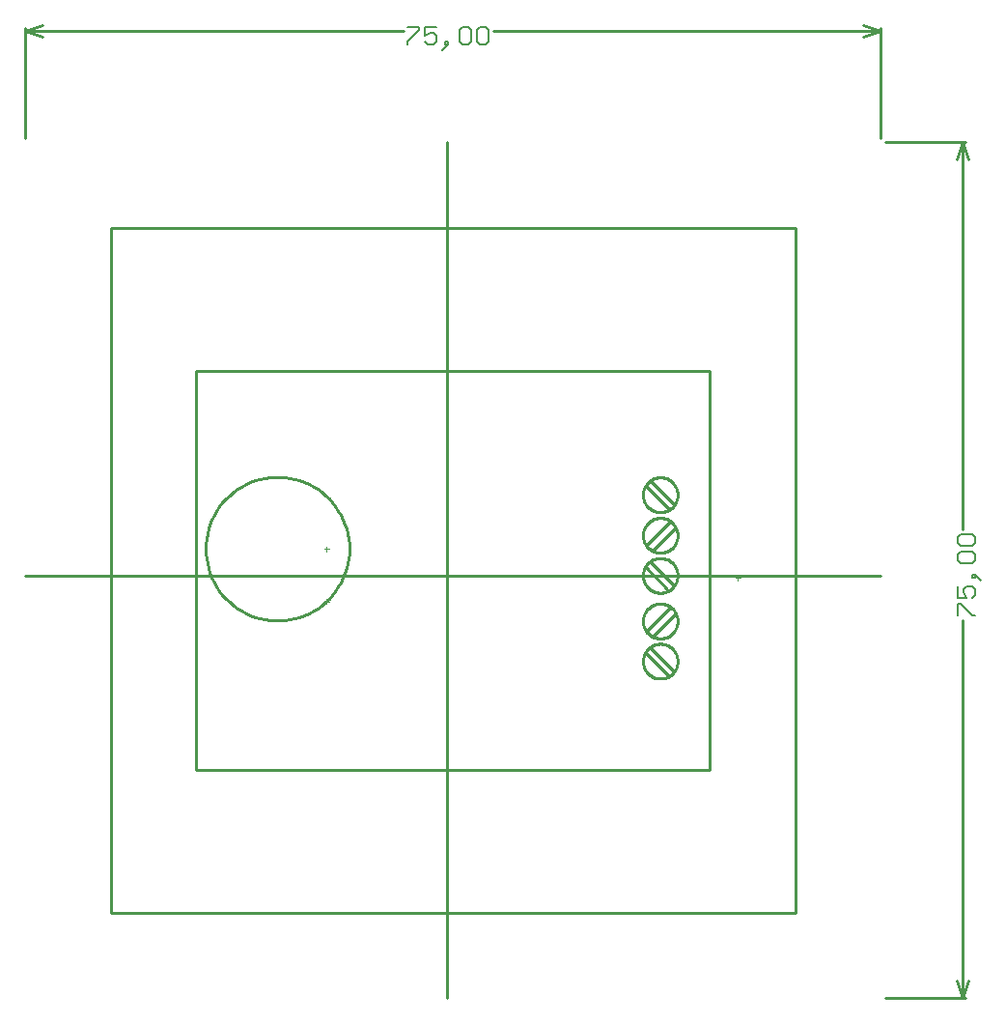
<source format=gm1>
%FSDAX24Y24*%
%MOIN*%
%SFA1B1*%

%IPPOS*%
%ADD11C,0.010000*%
%ADD14C,0.003900*%
%ADD97C,0.006000*%
%LNde-150824-1*%
%LPD*%
G54D11*
X021180Y025510D02*
D01*
X021173Y025682*
X021155Y025855*
X021125Y026025*
X021083Y026193*
X021030Y026358*
X020965Y026518*
X020889Y026674*
X020803Y026824*
X020706Y026967*
X020599Y027104*
X020483Y027232*
X020359Y027352*
X020226Y027464*
X020086Y027566*
X019940Y027657*
X019787Y027739*
X019629Y027809*
X019466Y027868*
X019299Y027916*
X019130Y027952*
X018959Y027976*
X018786Y027988*
X018613*
X018440Y027976*
X018269Y027952*
X018100Y027916*
X017933Y027868*
X017770Y027809*
X017612Y027739*
X017459Y027657*
X017313Y027566*
X017173Y027464*
X017040Y027352*
X016916Y027232*
X016800Y027104*
X016693Y026967*
X016596Y026824*
X016510Y026674*
X016434Y026518*
X016369Y026358*
X016316Y026193*
X016274Y026025*
X016244Y025855*
X016226Y025682*
X016220Y025510*
X016226Y025337*
X016244Y025164*
X016274Y024994*
X016316Y024826*
X016369Y024661*
X016434Y024501*
X016510Y024345*
X016596Y024195*
X016693Y024052*
X016800Y023915*
X016916Y023787*
X017040Y023667*
X017173Y023555*
X017313Y023453*
X017460Y023362*
X017612Y023280*
X017770Y023210*
X017933Y023151*
X018100Y023103*
X018269Y023067*
X018440Y023043*
X018613Y023031*
X018786*
X018959Y023043*
X019130Y023067*
X019299Y023103*
X019466Y023151*
X019629Y023210*
X019787Y023280*
X019940Y023362*
X020086Y023453*
X020226Y023555*
X020359Y023667*
X020483Y023787*
X020599Y023915*
X020706Y024052*
X020803Y024195*
X020889Y024345*
X020965Y024501*
X021030Y024661*
X021083Y024826*
X021125Y024994*
X021155Y025164*
X021173Y025337*
X021180Y025510*
X032520Y025970D02*
D01*
X032518Y026011*
X032514Y026053*
X032506Y026094*
X032496Y026135*
X032483Y026175*
X032468Y026214*
X032449Y026251*
X032428Y026287*
X032405Y026322*
X032379Y026355*
X032351Y026386*
X032321Y026415*
X032289Y026442*
X032255Y026467*
X032220Y026489*
X032183Y026509*
X032144Y026526*
X032105Y026540*
X032065Y026552*
X032024Y026560*
X031982Y026566*
X031940Y026569*
X031899*
X031857Y026566*
X031815Y026560*
X031774Y026552*
X031734Y026540*
X031695Y026526*
X031656Y026509*
X031620Y026489*
X031584Y026467*
X031550Y026442*
X031518Y026415*
X031488Y026386*
X031460Y026355*
X031434Y026322*
X031411Y026287*
X031390Y026251*
X031371Y026214*
X031356Y026175*
X031343Y026135*
X031333Y026094*
X031325Y026053*
X031321Y026011*
X031320Y025970*
X031321Y025928*
X031325Y025886*
X031333Y025845*
X031343Y025804*
X031356Y025764*
X031371Y025725*
X031390Y025688*
X031411Y025652*
X031434Y025617*
X031460Y025584*
X031488Y025553*
X031518Y025524*
X031550Y025497*
X031584Y025472*
X031620Y025450*
X031656Y025430*
X031695Y025413*
X031734Y025399*
X031774Y025387*
X031815Y025379*
X031857Y025373*
X031899Y025370*
X031940*
X031982Y025373*
X032024Y025379*
X032065Y025387*
X032105Y025399*
X032144Y025413*
X032183Y025430*
X032220Y025450*
X032255Y025472*
X032289Y025497*
X032321Y025524*
X032351Y025553*
X032379Y025584*
X032405Y025617*
X032428Y025652*
X032449Y025688*
X032468Y025725*
X032483Y025764*
X032496Y025804*
X032506Y025845*
X032514Y025886*
X032518Y025928*
X032520Y025970*
Y027370D02*
D01*
X032518Y027411*
X032514Y027453*
X032506Y027494*
X032496Y027535*
X032483Y027575*
X032468Y027614*
X032449Y027651*
X032428Y027687*
X032405Y027722*
X032379Y027755*
X032351Y027786*
X032321Y027815*
X032289Y027842*
X032255Y027867*
X032220Y027889*
X032183Y027909*
X032144Y027926*
X032105Y027940*
X032065Y027952*
X032024Y027960*
X031982Y027966*
X031940Y027969*
X031899*
X031857Y027966*
X031815Y027960*
X031774Y027952*
X031734Y027940*
X031695Y027926*
X031656Y027909*
X031620Y027889*
X031584Y027867*
X031550Y027842*
X031518Y027815*
X031488Y027786*
X031460Y027755*
X031434Y027722*
X031411Y027687*
X031390Y027651*
X031371Y027614*
X031356Y027575*
X031343Y027535*
X031333Y027494*
X031325Y027453*
X031321Y027411*
X031320Y027370*
X031321Y027328*
X031325Y027286*
X031333Y027245*
X031343Y027204*
X031356Y027164*
X031371Y027125*
X031390Y027088*
X031411Y027052*
X031434Y027017*
X031460Y026984*
X031488Y026953*
X031518Y026924*
X031550Y026897*
X031584Y026872*
X031620Y026850*
X031656Y026830*
X031695Y026813*
X031734Y026799*
X031774Y026787*
X031815Y026779*
X031857Y026773*
X031899Y026770*
X031940*
X031982Y026773*
X032024Y026779*
X032065Y026787*
X032105Y026799*
X032144Y026813*
X032183Y026830*
X032220Y026850*
X032255Y026872*
X032289Y026897*
X032321Y026924*
X032351Y026953*
X032379Y026984*
X032405Y027017*
X032428Y027052*
X032449Y027088*
X032468Y027125*
X032483Y027164*
X032496Y027204*
X032506Y027245*
X032514Y027286*
X032518Y027328*
X032520Y027370*
Y024586D02*
D01*
X032518Y024627*
X032514Y024669*
X032506Y024710*
X032496Y024751*
X032483Y024791*
X032468Y024830*
X032449Y024867*
X032428Y024903*
X032405Y024938*
X032379Y024971*
X032351Y025002*
X032321Y025031*
X032289Y025058*
X032255Y025083*
X032220Y025105*
X032183Y025125*
X032144Y025142*
X032105Y025156*
X032065Y025168*
X032024Y025176*
X031982Y025182*
X031940Y025185*
X031899*
X031857Y025182*
X031815Y025176*
X031774Y025168*
X031734Y025156*
X031695Y025142*
X031656Y025125*
X031620Y025105*
X031584Y025083*
X031550Y025058*
X031518Y025031*
X031488Y025002*
X031460Y024971*
X031434Y024938*
X031411Y024903*
X031390Y024867*
X031371Y024830*
X031356Y024791*
X031343Y024751*
X031333Y024710*
X031325Y024669*
X031321Y024627*
X031320Y024586*
X031321Y024544*
X031325Y024502*
X031333Y024461*
X031343Y024420*
X031356Y024380*
X031371Y024341*
X031390Y024304*
X031411Y024268*
X031434Y024233*
X031460Y024200*
X031488Y024169*
X031518Y024140*
X031550Y024113*
X031584Y024088*
X031620Y024066*
X031656Y024046*
X031695Y024029*
X031734Y024015*
X031774Y024003*
X031815Y023995*
X031857Y023989*
X031899Y023986*
X031940*
X031982Y023989*
X032024Y023995*
X032065Y024003*
X032105Y024015*
X032144Y024029*
X032183Y024046*
X032220Y024066*
X032255Y024088*
X032289Y024113*
X032321Y024140*
X032351Y024169*
X032379Y024200*
X032405Y024233*
X032428Y024268*
X032449Y024304*
X032468Y024341*
X032483Y024380*
X032496Y024420*
X032506Y024461*
X032514Y024502*
X032518Y024544*
X032520Y024586*
Y023010D02*
D01*
X032518Y023051*
X032514Y023093*
X032506Y023134*
X032496Y023175*
X032483Y023215*
X032468Y023254*
X032449Y023291*
X032428Y023327*
X032405Y023362*
X032379Y023395*
X032351Y023426*
X032321Y023455*
X032289Y023482*
X032255Y023507*
X032220Y023529*
X032183Y023549*
X032144Y023566*
X032105Y023580*
X032065Y023592*
X032024Y023600*
X031982Y023606*
X031940Y023609*
X031899*
X031857Y023606*
X031815Y023600*
X031774Y023592*
X031734Y023580*
X031695Y023566*
X031656Y023549*
X031620Y023529*
X031584Y023507*
X031550Y023482*
X031518Y023455*
X031488Y023426*
X031460Y023395*
X031434Y023362*
X031411Y023327*
X031390Y023291*
X031371Y023254*
X031356Y023215*
X031343Y023175*
X031333Y023134*
X031325Y023093*
X031321Y023051*
X031320Y023010*
X031321Y022968*
X031325Y022926*
X031333Y022885*
X031343Y022844*
X031356Y022804*
X031371Y022765*
X031390Y022728*
X031411Y022692*
X031434Y022657*
X031460Y022624*
X031488Y022593*
X031518Y022564*
X031550Y022537*
X031584Y022512*
X031620Y022490*
X031656Y022470*
X031695Y022453*
X031734Y022439*
X031774Y022427*
X031815Y022419*
X031857Y022413*
X031899Y022410*
X031940*
X031982Y022413*
X032024Y022419*
X032065Y022427*
X032105Y022439*
X032144Y022453*
X032183Y022470*
X032220Y022490*
X032255Y022512*
X032289Y022537*
X032321Y022564*
X032351Y022593*
X032379Y022624*
X032405Y022657*
X032428Y022692*
X032449Y022728*
X032468Y022765*
X032483Y022804*
X032496Y022844*
X032506Y022885*
X032514Y022926*
X032518Y022968*
X032520Y023010*
Y021626D02*
D01*
X032518Y021667*
X032514Y021709*
X032506Y021750*
X032496Y021791*
X032483Y021831*
X032468Y021870*
X032449Y021907*
X032428Y021943*
X032405Y021978*
X032379Y022011*
X032351Y022042*
X032321Y022071*
X032289Y022098*
X032255Y022123*
X032220Y022145*
X032183Y022165*
X032144Y022182*
X032105Y022196*
X032065Y022208*
X032024Y022216*
X031982Y022222*
X031940Y022225*
X031899*
X031857Y022222*
X031815Y022216*
X031774Y022208*
X031734Y022196*
X031695Y022182*
X031656Y022165*
X031620Y022145*
X031584Y022123*
X031550Y022098*
X031518Y022071*
X031488Y022042*
X031460Y022011*
X031434Y021978*
X031411Y021943*
X031390Y021907*
X031371Y021870*
X031356Y021831*
X031343Y021791*
X031333Y021750*
X031325Y021709*
X031321Y021667*
X031320Y021626*
X031321Y021584*
X031325Y021542*
X031333Y021501*
X031343Y021460*
X031356Y021420*
X031371Y021381*
X031390Y021344*
X031411Y021308*
X031434Y021273*
X031460Y021240*
X031488Y021209*
X031518Y021180*
X031550Y021153*
X031584Y021128*
X031620Y021106*
X031656Y021086*
X031695Y021069*
X031734Y021055*
X031774Y021043*
X031815Y021035*
X031857Y021029*
X031899Y021026*
X031940*
X031982Y021029*
X032024Y021035*
X032065Y021043*
X032105Y021055*
X032144Y021069*
X032183Y021086*
X032220Y021106*
X032255Y021128*
X032289Y021153*
X032321Y021180*
X032351Y021209*
X032379Y021240*
X032405Y021273*
X032428Y021308*
X032449Y021344*
X032468Y021381*
X032483Y021420*
X032496Y021460*
X032506Y021501*
X032514Y021542*
X032518Y021584*
X032520Y021626*
X012953Y012953D02*
Y036575D01*
X036575D01*
Y012953D02*
Y036575D01*
X012953Y012953D02*
X036575D01*
X024567Y010000D02*
Y039528D01*
X010000Y024567D02*
X039528D01*
X015906Y017874D02*
Y031654D01*
X033622Y017874D02*
Y031654D01*
X015906D02*
X033622D01*
X015906Y017874D02*
X033622D01*
X031445Y025645D02*
X032245Y026445D01*
X031645Y025445D02*
X032445Y026245D01*
X031595Y027845D02*
X032395Y027045D01*
X031420Y027670D02*
X032220Y026870D01*
X031595Y025045D02*
X032395Y024245D01*
X031420Y024870D02*
X032170Y024120D01*
X031595Y022085D02*
X032395Y021285D01*
X031420Y021910D02*
X032220Y021110D01*
X031445Y022685D02*
X032245Y023485D01*
X031645Y022485D02*
X032445Y023285D01*
X010000Y043360D02*
X010600Y043560D01*
X010000Y043360D02*
X010600Y043160D01*
X038928D02*
X039528Y043360D01*
X038928Y043560D02*
X039528Y043360D01*
X010000D02*
X023044D01*
X026163D02*
X039528D01*
X010000Y039678D02*
Y043460D01*
X039528Y039678D02*
Y043460D01*
X042340Y039528D02*
X042540Y038928D01*
X042140D02*
X042340Y039528D01*
X042140Y010600D02*
X042340Y010000D01*
X042540Y010600*
X042340Y026163D02*
Y039528D01*
Y010000D02*
Y023044D01*
X039678Y039528D02*
X042440D01*
X039678Y010000D02*
X042440D01*
G54D14*
X034521Y024500D02*
X034679D01*
X034600Y024421D02*
Y024579D01*
X020321Y025500D02*
X020479D01*
X020400Y025421D02*
Y025579D01*
X020321Y023690D02*
X020479D01*
X020400Y023611D02*
Y023769D01*
G54D97*
X023204Y043500D02*
X023604D01*
Y043400*
X023204Y043000*
Y042900*
X024204Y043500D02*
X023804D01*
Y043200*
X024004Y043300*
X024104*
X024204Y043200*
Y043000*
X024104Y042900*
X023904*
X023804Y043000*
X024504Y042800D02*
X024604Y042900D01*
Y043000*
X024504*
Y042900*
X024604*
X024504Y042800*
X024404Y042700*
X025004Y043400D02*
X025104Y043500D01*
X025304*
X025404Y043400*
Y043000*
X025304Y042900*
X025104*
X025004Y043000*
Y043400*
X025603D02*
X025703Y043500D01*
X025903*
X026003Y043400*
Y043000*
X025903Y042900*
X025703*
X025603Y043000*
Y043400*
X042200Y023204D02*
Y023604D01*
X042300*
X042700Y023204*
X042800*
X042200Y024204D02*
Y023804D01*
X042500*
X042400Y024004*
Y024104*
X042500Y024204*
X042700*
X042800Y024104*
Y023904*
X042700Y023804*
X042900Y024504D02*
X042800Y024604D01*
X042700*
Y024504*
X042800*
Y024604*
X042900Y024504*
X043000Y024404*
X042300Y025004D02*
X042200Y025104D01*
Y025304*
X042300Y025404*
X042700*
X042800Y025304*
Y025104*
X042700Y025004*
X042300*
Y025603D02*
X042200Y025703D01*
Y025903*
X042300Y026003*
X042700*
X042800Y025903*
Y025703*
X042700Y025603*
X042300*
M02*
</source>
